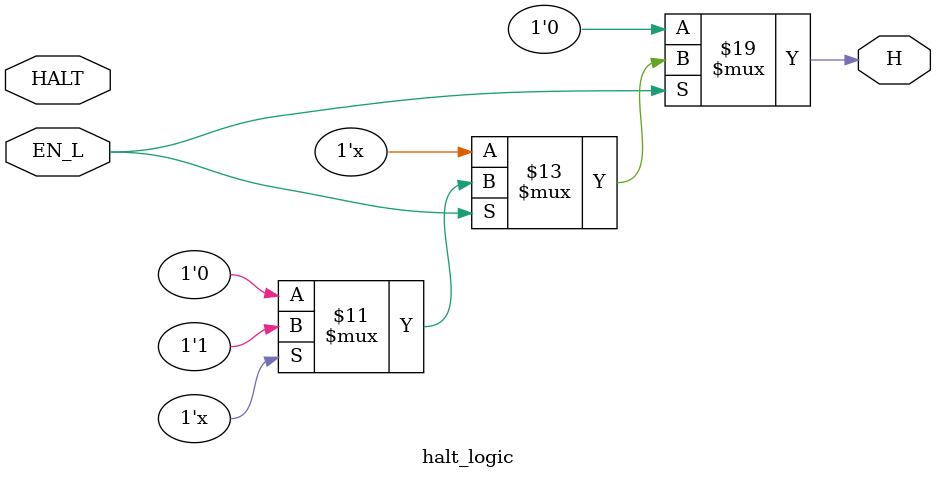
<source format=v>
module halt_logic(HALT, EN_L, H);
	input HALT;
	input EN_L;
	output H;
	reg H;
	reg prev_enable;
	always@(*) begin
		if(EN_L) begin
			if(~prev_enable) begin
				H = 1'b1;
				prev_enable = EN_L;
			end
			else begin 
				prev_enable = 1'b1; 
				H = 1'b0;
			end
		end
		else begin
			prev_enable = EN_L;
			H = 1'b0;
		end
	end
endmodule
</source>
